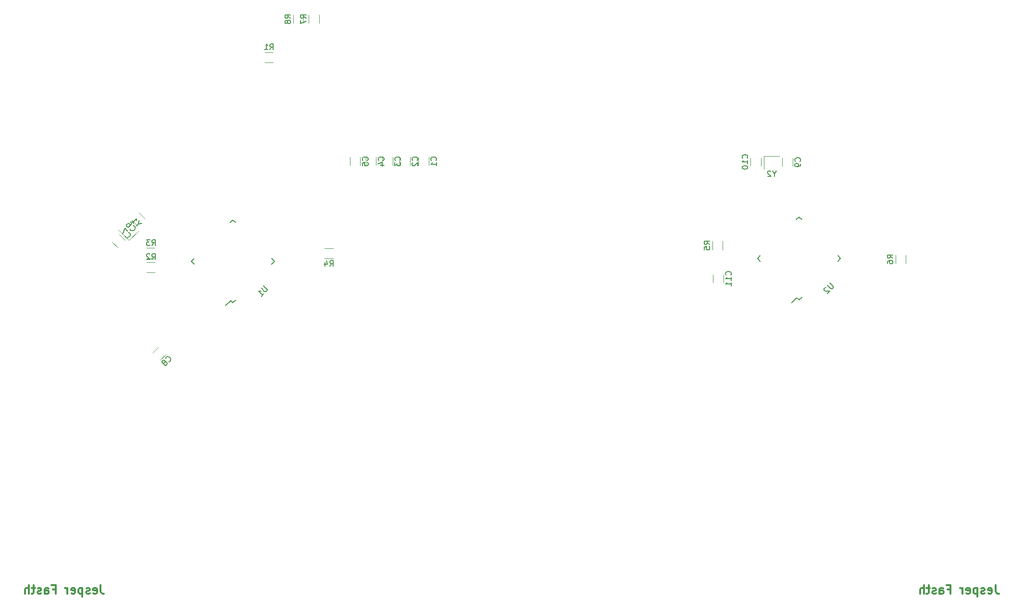
<source format=gbr>
%TF.GenerationSoftware,KiCad,Pcbnew,(5.1.10)-1*%
%TF.CreationDate,2021-08-09T17:58:55+02:00*%
%TF.ProjectId,T1,54312e6b-6963-4616-945f-706362585858,rev?*%
%TF.SameCoordinates,Original*%
%TF.FileFunction,Legend,Bot*%
%TF.FilePolarity,Positive*%
%FSLAX46Y46*%
G04 Gerber Fmt 4.6, Leading zero omitted, Abs format (unit mm)*
G04 Created by KiCad (PCBNEW (5.1.10)-1) date 2021-08-09 17:58:55*
%MOMM*%
%LPD*%
G01*
G04 APERTURE LIST*
%ADD10C,0.300000*%
%ADD11C,0.120000*%
%ADD12C,0.150000*%
G04 APERTURE END LIST*
D10*
X223979571Y-147387571D02*
X223979571Y-148459000D01*
X224051000Y-148673285D01*
X224193857Y-148816142D01*
X224408142Y-148887571D01*
X224551000Y-148887571D01*
X222693857Y-148816142D02*
X222836714Y-148887571D01*
X223122428Y-148887571D01*
X223265285Y-148816142D01*
X223336714Y-148673285D01*
X223336714Y-148101857D01*
X223265285Y-147959000D01*
X223122428Y-147887571D01*
X222836714Y-147887571D01*
X222693857Y-147959000D01*
X222622428Y-148101857D01*
X222622428Y-148244714D01*
X223336714Y-148387571D01*
X222051000Y-148816142D02*
X221908142Y-148887571D01*
X221622428Y-148887571D01*
X221479571Y-148816142D01*
X221408142Y-148673285D01*
X221408142Y-148601857D01*
X221479571Y-148459000D01*
X221622428Y-148387571D01*
X221836714Y-148387571D01*
X221979571Y-148316142D01*
X222051000Y-148173285D01*
X222051000Y-148101857D01*
X221979571Y-147959000D01*
X221836714Y-147887571D01*
X221622428Y-147887571D01*
X221479571Y-147959000D01*
X220765285Y-147887571D02*
X220765285Y-149387571D01*
X220765285Y-147959000D02*
X220622428Y-147887571D01*
X220336714Y-147887571D01*
X220193857Y-147959000D01*
X220122428Y-148030428D01*
X220051000Y-148173285D01*
X220051000Y-148601857D01*
X220122428Y-148744714D01*
X220193857Y-148816142D01*
X220336714Y-148887571D01*
X220622428Y-148887571D01*
X220765285Y-148816142D01*
X218836714Y-148816142D02*
X218979571Y-148887571D01*
X219265285Y-148887571D01*
X219408142Y-148816142D01*
X219479571Y-148673285D01*
X219479571Y-148101857D01*
X219408142Y-147959000D01*
X219265285Y-147887571D01*
X218979571Y-147887571D01*
X218836714Y-147959000D01*
X218765285Y-148101857D01*
X218765285Y-148244714D01*
X219479571Y-148387571D01*
X218122428Y-148887571D02*
X218122428Y-147887571D01*
X218122428Y-148173285D02*
X218051000Y-148030428D01*
X217979571Y-147959000D01*
X217836714Y-147887571D01*
X217693857Y-147887571D01*
X215551000Y-148101857D02*
X216051000Y-148101857D01*
X216051000Y-148887571D02*
X216051000Y-147387571D01*
X215336714Y-147387571D01*
X214122428Y-148887571D02*
X214122428Y-148101857D01*
X214193857Y-147959000D01*
X214336714Y-147887571D01*
X214622428Y-147887571D01*
X214765285Y-147959000D01*
X214122428Y-148816142D02*
X214265285Y-148887571D01*
X214622428Y-148887571D01*
X214765285Y-148816142D01*
X214836714Y-148673285D01*
X214836714Y-148530428D01*
X214765285Y-148387571D01*
X214622428Y-148316142D01*
X214265285Y-148316142D01*
X214122428Y-148244714D01*
X213479571Y-148816142D02*
X213336714Y-148887571D01*
X213051000Y-148887571D01*
X212908142Y-148816142D01*
X212836714Y-148673285D01*
X212836714Y-148601857D01*
X212908142Y-148459000D01*
X213051000Y-148387571D01*
X213265285Y-148387571D01*
X213408142Y-148316142D01*
X213479571Y-148173285D01*
X213479571Y-148101857D01*
X213408142Y-147959000D01*
X213265285Y-147887571D01*
X213051000Y-147887571D01*
X212908142Y-147959000D01*
X212408142Y-147887571D02*
X211836714Y-147887571D01*
X212193857Y-147387571D02*
X212193857Y-148673285D01*
X212122428Y-148816142D01*
X211979571Y-148887571D01*
X211836714Y-148887571D01*
X211336714Y-148887571D02*
X211336714Y-147387571D01*
X210693857Y-148887571D02*
X210693857Y-148101857D01*
X210765285Y-147959000D01*
X210908142Y-147887571D01*
X211122428Y-147887571D01*
X211265285Y-147959000D01*
X211336714Y-148030428D01*
X66372571Y-147387571D02*
X66372571Y-148459000D01*
X66444000Y-148673285D01*
X66586857Y-148816142D01*
X66801142Y-148887571D01*
X66944000Y-148887571D01*
X65086857Y-148816142D02*
X65229714Y-148887571D01*
X65515428Y-148887571D01*
X65658285Y-148816142D01*
X65729714Y-148673285D01*
X65729714Y-148101857D01*
X65658285Y-147959000D01*
X65515428Y-147887571D01*
X65229714Y-147887571D01*
X65086857Y-147959000D01*
X65015428Y-148101857D01*
X65015428Y-148244714D01*
X65729714Y-148387571D01*
X64444000Y-148816142D02*
X64301142Y-148887571D01*
X64015428Y-148887571D01*
X63872571Y-148816142D01*
X63801142Y-148673285D01*
X63801142Y-148601857D01*
X63872571Y-148459000D01*
X64015428Y-148387571D01*
X64229714Y-148387571D01*
X64372571Y-148316142D01*
X64444000Y-148173285D01*
X64444000Y-148101857D01*
X64372571Y-147959000D01*
X64229714Y-147887571D01*
X64015428Y-147887571D01*
X63872571Y-147959000D01*
X63158285Y-147887571D02*
X63158285Y-149387571D01*
X63158285Y-147959000D02*
X63015428Y-147887571D01*
X62729714Y-147887571D01*
X62586857Y-147959000D01*
X62515428Y-148030428D01*
X62444000Y-148173285D01*
X62444000Y-148601857D01*
X62515428Y-148744714D01*
X62586857Y-148816142D01*
X62729714Y-148887571D01*
X63015428Y-148887571D01*
X63158285Y-148816142D01*
X61229714Y-148816142D02*
X61372571Y-148887571D01*
X61658285Y-148887571D01*
X61801142Y-148816142D01*
X61872571Y-148673285D01*
X61872571Y-148101857D01*
X61801142Y-147959000D01*
X61658285Y-147887571D01*
X61372571Y-147887571D01*
X61229714Y-147959000D01*
X61158285Y-148101857D01*
X61158285Y-148244714D01*
X61872571Y-148387571D01*
X60515428Y-148887571D02*
X60515428Y-147887571D01*
X60515428Y-148173285D02*
X60444000Y-148030428D01*
X60372571Y-147959000D01*
X60229714Y-147887571D01*
X60086857Y-147887571D01*
X57944000Y-148101857D02*
X58444000Y-148101857D01*
X58444000Y-148887571D02*
X58444000Y-147387571D01*
X57729714Y-147387571D01*
X56515428Y-148887571D02*
X56515428Y-148101857D01*
X56586857Y-147959000D01*
X56729714Y-147887571D01*
X57015428Y-147887571D01*
X57158285Y-147959000D01*
X56515428Y-148816142D02*
X56658285Y-148887571D01*
X57015428Y-148887571D01*
X57158285Y-148816142D01*
X57229714Y-148673285D01*
X57229714Y-148530428D01*
X57158285Y-148387571D01*
X57015428Y-148316142D01*
X56658285Y-148316142D01*
X56515428Y-148244714D01*
X55872571Y-148816142D02*
X55729714Y-148887571D01*
X55444000Y-148887571D01*
X55301142Y-148816142D01*
X55229714Y-148673285D01*
X55229714Y-148601857D01*
X55301142Y-148459000D01*
X55444000Y-148387571D01*
X55658285Y-148387571D01*
X55801142Y-148316142D01*
X55872571Y-148173285D01*
X55872571Y-148101857D01*
X55801142Y-147959000D01*
X55658285Y-147887571D01*
X55444000Y-147887571D01*
X55301142Y-147959000D01*
X54801142Y-147887571D02*
X54229714Y-147887571D01*
X54586857Y-147387571D02*
X54586857Y-148673285D01*
X54515428Y-148816142D01*
X54372571Y-148887571D01*
X54229714Y-148887571D01*
X53729714Y-148887571D02*
X53729714Y-147387571D01*
X53086857Y-148887571D02*
X53086857Y-148101857D01*
X53158285Y-147959000D01*
X53301142Y-147887571D01*
X53515428Y-147887571D01*
X53658285Y-147959000D01*
X53729714Y-148030428D01*
D11*
%TO.C,Y2*%
X183181000Y-71748000D02*
X185881000Y-71748000D01*
X183181000Y-74048000D02*
X183181000Y-71748000D01*
%TO.C,Y1*%
X71367487Y-86598650D02*
X69458299Y-84689462D01*
X72993833Y-84972304D02*
X71367487Y-86598650D01*
D12*
%TO.C,U2*%
X188950414Y-96700969D02*
X188048852Y-97602530D01*
X196675555Y-89789000D02*
X196198258Y-90266297D01*
X189357000Y-82470445D02*
X188879703Y-82947742D01*
X182038445Y-89789000D02*
X182515742Y-89311703D01*
X189357000Y-97107555D02*
X189834297Y-96630258D01*
X182038445Y-89789000D02*
X182515742Y-90266297D01*
X189357000Y-82470445D02*
X189834297Y-82947742D01*
X196675555Y-89789000D02*
X196198258Y-89311703D01*
X189357000Y-97107555D02*
X188950414Y-96700969D01*
%TO.C,U1*%
X89255414Y-97208969D02*
X88353852Y-98110530D01*
X96980555Y-90297000D02*
X96503258Y-90774297D01*
X89662000Y-82978445D02*
X89184703Y-83455742D01*
X82343445Y-90297000D02*
X82820742Y-89819703D01*
X89662000Y-97615555D02*
X90139297Y-97138258D01*
X82343445Y-90297000D02*
X82820742Y-90774297D01*
X89662000Y-82978445D02*
X90139297Y-83455742D01*
X96980555Y-90297000D02*
X96503258Y-89819703D01*
X89662000Y-97615555D02*
X89255414Y-97208969D01*
D11*
%TO.C,R8*%
X102097250Y-46866186D02*
X102097250Y-48320314D01*
X100277250Y-46866186D02*
X100277250Y-48320314D01*
%TO.C,R7*%
X104827750Y-46866186D02*
X104827750Y-48320314D01*
X103007750Y-46866186D02*
X103007750Y-48320314D01*
%TO.C,R6*%
X208174000Y-89188936D02*
X208174000Y-90643064D01*
X206354000Y-89188936D02*
X206354000Y-90643064D01*
%TO.C,R5*%
X175916000Y-86775936D02*
X175916000Y-88230064D01*
X174096000Y-86775936D02*
X174096000Y-88230064D01*
%TO.C,R4*%
X105825936Y-87990000D02*
X107280064Y-87990000D01*
X105825936Y-89810000D02*
X107280064Y-89810000D01*
%TO.C,R3*%
X75942814Y-89778250D02*
X74488686Y-89778250D01*
X75942814Y-87958250D02*
X74488686Y-87958250D01*
%TO.C,R2*%
X75942814Y-92254750D02*
X74488686Y-92254750D01*
X75942814Y-90434750D02*
X74488686Y-90434750D01*
%TO.C,R1*%
X96739064Y-55266000D02*
X95284936Y-55266000D01*
X96739064Y-53446000D02*
X95284936Y-53446000D01*
%TO.C,C11*%
X174223000Y-94056252D02*
X174223000Y-92633748D01*
X176043000Y-94056252D02*
X176043000Y-92633748D01*
%TO.C,C10*%
X182647000Y-72059748D02*
X182647000Y-73482252D01*
X180827000Y-72059748D02*
X180827000Y-73482252D01*
%TO.C,C9*%
X186415000Y-73531252D02*
X186415000Y-72108748D01*
X188235000Y-73531252D02*
X188235000Y-72108748D01*
%TO.C,C8*%
X75561602Y-106412464D02*
X76567464Y-105406602D01*
X76848536Y-107699398D02*
X77854398Y-106693536D01*
%TO.C,C7*%
X69377464Y-87887398D02*
X68371602Y-86881536D01*
X70664398Y-86600464D02*
X69658536Y-85594602D01*
%TO.C,C6*%
X73138553Y-81757619D02*
X74144415Y-82763481D01*
X71851619Y-83044553D02*
X72857481Y-84050415D01*
%TO.C,C5*%
X110246750Y-73387002D02*
X110246750Y-71964498D01*
X112066750Y-73387002D02*
X112066750Y-71964498D01*
%TO.C,C4*%
X113040750Y-73387002D02*
X113040750Y-71964498D01*
X114860750Y-73387002D02*
X114860750Y-71964498D01*
%TO.C,C3*%
X115961750Y-73387002D02*
X115961750Y-71964498D01*
X117781750Y-73387002D02*
X117781750Y-71964498D01*
%TO.C,C2*%
X119009750Y-73387002D02*
X119009750Y-71964498D01*
X120829750Y-73387002D02*
X120829750Y-71964498D01*
%TO.C,C1*%
X122311750Y-73387002D02*
X122311750Y-71964498D01*
X124131750Y-73387002D02*
X124131750Y-71964498D01*
%TO.C,Y2*%
D12*
X185007190Y-74874190D02*
X185007190Y-75350380D01*
X185340523Y-74350380D02*
X185007190Y-74874190D01*
X184673857Y-74350380D01*
X184388142Y-74445619D02*
X184340523Y-74398000D01*
X184245285Y-74350380D01*
X184007190Y-74350380D01*
X183911952Y-74398000D01*
X183864333Y-74445619D01*
X183816714Y-74540857D01*
X183816714Y-74636095D01*
X183864333Y-74778952D01*
X184435761Y-75350380D01*
X183816714Y-75350380D01*
%TO.C,Y1*%
X72993833Y-83736550D02*
X72657115Y-84073268D01*
X73599924Y-83601863D02*
X72993833Y-83736550D01*
X73128520Y-83130459D01*
X71815322Y-83231474D02*
X72219383Y-83635535D01*
X72017352Y-83433504D02*
X72724459Y-82726398D01*
X72690787Y-82894756D01*
X72690787Y-83029443D01*
X72724459Y-83130459D01*
%TO.C,U2*%
X194776468Y-94130972D02*
X195348888Y-94703392D01*
X195382560Y-94804407D01*
X195382560Y-94871751D01*
X195348888Y-94972766D01*
X195214201Y-95107453D01*
X195113186Y-95141125D01*
X195045842Y-95141125D01*
X194944827Y-95107453D01*
X194372407Y-94535033D01*
X194136705Y-94905423D02*
X194069362Y-94905423D01*
X193968346Y-94939094D01*
X193799988Y-95107453D01*
X193766316Y-95208468D01*
X193766316Y-95275812D01*
X193799988Y-95376827D01*
X193867331Y-95444171D01*
X194002018Y-95511514D01*
X194810140Y-95511514D01*
X194372407Y-95949247D01*
%TO.C,U1*%
X95081468Y-94638972D02*
X95653888Y-95211392D01*
X95687560Y-95312407D01*
X95687560Y-95379751D01*
X95653888Y-95480766D01*
X95519201Y-95615453D01*
X95418186Y-95649125D01*
X95350842Y-95649125D01*
X95249827Y-95615453D01*
X94677407Y-95043033D01*
X94677407Y-96457247D02*
X95081468Y-96053186D01*
X94879438Y-96255216D02*
X94172331Y-95548110D01*
X94340690Y-95581781D01*
X94475377Y-95581781D01*
X94576392Y-95548110D01*
%TO.C,R8*%
X99819630Y-47426583D02*
X99343440Y-47093250D01*
X99819630Y-46855154D02*
X98819630Y-46855154D01*
X98819630Y-47236107D01*
X98867250Y-47331345D01*
X98914869Y-47378964D01*
X99010107Y-47426583D01*
X99152964Y-47426583D01*
X99248202Y-47378964D01*
X99295821Y-47331345D01*
X99343440Y-47236107D01*
X99343440Y-46855154D01*
X99248202Y-47998011D02*
X99200583Y-47902773D01*
X99152964Y-47855154D01*
X99057726Y-47807535D01*
X99010107Y-47807535D01*
X98914869Y-47855154D01*
X98867250Y-47902773D01*
X98819630Y-47998011D01*
X98819630Y-48188488D01*
X98867250Y-48283726D01*
X98914869Y-48331345D01*
X99010107Y-48378964D01*
X99057726Y-48378964D01*
X99152964Y-48331345D01*
X99200583Y-48283726D01*
X99248202Y-48188488D01*
X99248202Y-47998011D01*
X99295821Y-47902773D01*
X99343440Y-47855154D01*
X99438678Y-47807535D01*
X99629154Y-47807535D01*
X99724392Y-47855154D01*
X99772011Y-47902773D01*
X99819630Y-47998011D01*
X99819630Y-48188488D01*
X99772011Y-48283726D01*
X99724392Y-48331345D01*
X99629154Y-48378964D01*
X99438678Y-48378964D01*
X99343440Y-48331345D01*
X99295821Y-48283726D01*
X99248202Y-48188488D01*
%TO.C,R7*%
X102550130Y-47426583D02*
X102073940Y-47093250D01*
X102550130Y-46855154D02*
X101550130Y-46855154D01*
X101550130Y-47236107D01*
X101597750Y-47331345D01*
X101645369Y-47378964D01*
X101740607Y-47426583D01*
X101883464Y-47426583D01*
X101978702Y-47378964D01*
X102026321Y-47331345D01*
X102073940Y-47236107D01*
X102073940Y-46855154D01*
X101550130Y-47759916D02*
X101550130Y-48426583D01*
X102550130Y-47998011D01*
%TO.C,R6*%
X205896380Y-89749333D02*
X205420190Y-89416000D01*
X205896380Y-89177904D02*
X204896380Y-89177904D01*
X204896380Y-89558857D01*
X204944000Y-89654095D01*
X204991619Y-89701714D01*
X205086857Y-89749333D01*
X205229714Y-89749333D01*
X205324952Y-89701714D01*
X205372571Y-89654095D01*
X205420190Y-89558857D01*
X205420190Y-89177904D01*
X204896380Y-90606476D02*
X204896380Y-90416000D01*
X204944000Y-90320761D01*
X204991619Y-90273142D01*
X205134476Y-90177904D01*
X205324952Y-90130285D01*
X205705904Y-90130285D01*
X205801142Y-90177904D01*
X205848761Y-90225523D01*
X205896380Y-90320761D01*
X205896380Y-90511238D01*
X205848761Y-90606476D01*
X205801142Y-90654095D01*
X205705904Y-90701714D01*
X205467809Y-90701714D01*
X205372571Y-90654095D01*
X205324952Y-90606476D01*
X205277333Y-90511238D01*
X205277333Y-90320761D01*
X205324952Y-90225523D01*
X205372571Y-90177904D01*
X205467809Y-90130285D01*
%TO.C,R5*%
X173638380Y-87336333D02*
X173162190Y-87003000D01*
X173638380Y-86764904D02*
X172638380Y-86764904D01*
X172638380Y-87145857D01*
X172686000Y-87241095D01*
X172733619Y-87288714D01*
X172828857Y-87336333D01*
X172971714Y-87336333D01*
X173066952Y-87288714D01*
X173114571Y-87241095D01*
X173162190Y-87145857D01*
X173162190Y-86764904D01*
X172638380Y-88241095D02*
X172638380Y-87764904D01*
X173114571Y-87717285D01*
X173066952Y-87764904D01*
X173019333Y-87860142D01*
X173019333Y-88098238D01*
X173066952Y-88193476D01*
X173114571Y-88241095D01*
X173209809Y-88288714D01*
X173447904Y-88288714D01*
X173543142Y-88241095D01*
X173590761Y-88193476D01*
X173638380Y-88098238D01*
X173638380Y-87860142D01*
X173590761Y-87764904D01*
X173543142Y-87717285D01*
%TO.C,R4*%
X106719666Y-91172380D02*
X107053000Y-90696190D01*
X107291095Y-91172380D02*
X107291095Y-90172380D01*
X106910142Y-90172380D01*
X106814904Y-90220000D01*
X106767285Y-90267619D01*
X106719666Y-90362857D01*
X106719666Y-90505714D01*
X106767285Y-90600952D01*
X106814904Y-90648571D01*
X106910142Y-90696190D01*
X107291095Y-90696190D01*
X105862523Y-90505714D02*
X105862523Y-91172380D01*
X106100619Y-90124761D02*
X106338714Y-90839047D01*
X105719666Y-90839047D01*
%TO.C,R3*%
X75382416Y-87500630D02*
X75715750Y-87024440D01*
X75953845Y-87500630D02*
X75953845Y-86500630D01*
X75572892Y-86500630D01*
X75477654Y-86548250D01*
X75430035Y-86595869D01*
X75382416Y-86691107D01*
X75382416Y-86833964D01*
X75430035Y-86929202D01*
X75477654Y-86976821D01*
X75572892Y-87024440D01*
X75953845Y-87024440D01*
X75049083Y-86500630D02*
X74430035Y-86500630D01*
X74763369Y-86881583D01*
X74620511Y-86881583D01*
X74525273Y-86929202D01*
X74477654Y-86976821D01*
X74430035Y-87072059D01*
X74430035Y-87310154D01*
X74477654Y-87405392D01*
X74525273Y-87453011D01*
X74620511Y-87500630D01*
X74906226Y-87500630D01*
X75001464Y-87453011D01*
X75049083Y-87405392D01*
%TO.C,R2*%
X75382416Y-89977130D02*
X75715750Y-89500940D01*
X75953845Y-89977130D02*
X75953845Y-88977130D01*
X75572892Y-88977130D01*
X75477654Y-89024750D01*
X75430035Y-89072369D01*
X75382416Y-89167607D01*
X75382416Y-89310464D01*
X75430035Y-89405702D01*
X75477654Y-89453321D01*
X75572892Y-89500940D01*
X75953845Y-89500940D01*
X75001464Y-89072369D02*
X74953845Y-89024750D01*
X74858607Y-88977130D01*
X74620511Y-88977130D01*
X74525273Y-89024750D01*
X74477654Y-89072369D01*
X74430035Y-89167607D01*
X74430035Y-89262845D01*
X74477654Y-89405702D01*
X75049083Y-89977130D01*
X74430035Y-89977130D01*
%TO.C,R1*%
X96178666Y-52988380D02*
X96512000Y-52512190D01*
X96750095Y-52988380D02*
X96750095Y-51988380D01*
X96369142Y-51988380D01*
X96273904Y-52036000D01*
X96226285Y-52083619D01*
X96178666Y-52178857D01*
X96178666Y-52321714D01*
X96226285Y-52416952D01*
X96273904Y-52464571D01*
X96369142Y-52512190D01*
X96750095Y-52512190D01*
X95226285Y-52988380D02*
X95797714Y-52988380D01*
X95512000Y-52988380D02*
X95512000Y-51988380D01*
X95607238Y-52131238D01*
X95702476Y-52226476D01*
X95797714Y-52274095D01*
%TO.C,C11*%
X177340142Y-92702142D02*
X177387761Y-92654523D01*
X177435380Y-92511666D01*
X177435380Y-92416428D01*
X177387761Y-92273571D01*
X177292523Y-92178333D01*
X177197285Y-92130714D01*
X177006809Y-92083095D01*
X176863952Y-92083095D01*
X176673476Y-92130714D01*
X176578238Y-92178333D01*
X176483000Y-92273571D01*
X176435380Y-92416428D01*
X176435380Y-92511666D01*
X176483000Y-92654523D01*
X176530619Y-92702142D01*
X177435380Y-93654523D02*
X177435380Y-93083095D01*
X177435380Y-93368809D02*
X176435380Y-93368809D01*
X176578238Y-93273571D01*
X176673476Y-93178333D01*
X176721095Y-93083095D01*
X177435380Y-94606904D02*
X177435380Y-94035476D01*
X177435380Y-94321190D02*
X176435380Y-94321190D01*
X176578238Y-94225952D01*
X176673476Y-94130714D01*
X176721095Y-94035476D01*
%TO.C,C10*%
X180244142Y-72128142D02*
X180291761Y-72080523D01*
X180339380Y-71937666D01*
X180339380Y-71842428D01*
X180291761Y-71699571D01*
X180196523Y-71604333D01*
X180101285Y-71556714D01*
X179910809Y-71509095D01*
X179767952Y-71509095D01*
X179577476Y-71556714D01*
X179482238Y-71604333D01*
X179387000Y-71699571D01*
X179339380Y-71842428D01*
X179339380Y-71937666D01*
X179387000Y-72080523D01*
X179434619Y-72128142D01*
X180339380Y-73080523D02*
X180339380Y-72509095D01*
X180339380Y-72794809D02*
X179339380Y-72794809D01*
X179482238Y-72699571D01*
X179577476Y-72604333D01*
X179625095Y-72509095D01*
X179339380Y-73699571D02*
X179339380Y-73794809D01*
X179387000Y-73890047D01*
X179434619Y-73937666D01*
X179529857Y-73985285D01*
X179720333Y-74032904D01*
X179958428Y-74032904D01*
X180148904Y-73985285D01*
X180244142Y-73937666D01*
X180291761Y-73890047D01*
X180339380Y-73794809D01*
X180339380Y-73699571D01*
X180291761Y-73604333D01*
X180244142Y-73556714D01*
X180148904Y-73509095D01*
X179958428Y-73461476D01*
X179720333Y-73461476D01*
X179529857Y-73509095D01*
X179434619Y-73556714D01*
X179387000Y-73604333D01*
X179339380Y-73699571D01*
%TO.C,C9*%
X189532142Y-72653333D02*
X189579761Y-72605714D01*
X189627380Y-72462857D01*
X189627380Y-72367619D01*
X189579761Y-72224761D01*
X189484523Y-72129523D01*
X189389285Y-72081904D01*
X189198809Y-72034285D01*
X189055952Y-72034285D01*
X188865476Y-72081904D01*
X188770238Y-72129523D01*
X188675000Y-72224761D01*
X188627380Y-72367619D01*
X188627380Y-72462857D01*
X188675000Y-72605714D01*
X188722619Y-72653333D01*
X189627380Y-73129523D02*
X189627380Y-73320000D01*
X189579761Y-73415238D01*
X189532142Y-73462857D01*
X189389285Y-73558095D01*
X189198809Y-73605714D01*
X188817857Y-73605714D01*
X188722619Y-73558095D01*
X188675000Y-73510476D01*
X188627380Y-73415238D01*
X188627380Y-73224761D01*
X188675000Y-73129523D01*
X188722619Y-73081904D01*
X188817857Y-73034285D01*
X189055952Y-73034285D01*
X189151190Y-73081904D01*
X189198809Y-73129523D01*
X189246428Y-73224761D01*
X189246428Y-73415238D01*
X189198809Y-73510476D01*
X189151190Y-73558095D01*
X189055952Y-73605714D01*
%TO.C,C8*%
X78386537Y-107995835D02*
X78453880Y-107995835D01*
X78588567Y-107928491D01*
X78655911Y-107861148D01*
X78723254Y-107726460D01*
X78723254Y-107591773D01*
X78689583Y-107490758D01*
X78588567Y-107322399D01*
X78487552Y-107221384D01*
X78319193Y-107120369D01*
X78218178Y-107086697D01*
X78083491Y-107086697D01*
X77948804Y-107154041D01*
X77881460Y-107221384D01*
X77814117Y-107356071D01*
X77814117Y-107423415D01*
X77645758Y-108063178D02*
X77679430Y-107962163D01*
X77679430Y-107894819D01*
X77645758Y-107793804D01*
X77612086Y-107760132D01*
X77511071Y-107726460D01*
X77443728Y-107726460D01*
X77342712Y-107760132D01*
X77208025Y-107894819D01*
X77174354Y-107995835D01*
X77174354Y-108063178D01*
X77208025Y-108164193D01*
X77241697Y-108197865D01*
X77342712Y-108231537D01*
X77410056Y-108231537D01*
X77511071Y-108197865D01*
X77645758Y-108063178D01*
X77746773Y-108029506D01*
X77814117Y-108029506D01*
X77915132Y-108063178D01*
X78049819Y-108197865D01*
X78083491Y-108298880D01*
X78083491Y-108366224D01*
X78049819Y-108467239D01*
X77915132Y-108601926D01*
X77814117Y-108635598D01*
X77746773Y-108635598D01*
X77645758Y-108601926D01*
X77511071Y-108467239D01*
X77477399Y-108366224D01*
X77477399Y-108298880D01*
X77511071Y-108197865D01*
%TO.C,C7*%
X70691460Y-85803241D02*
X70691460Y-85870584D01*
X70758804Y-86005271D01*
X70826148Y-86072615D01*
X70960835Y-86139958D01*
X71095522Y-86139958D01*
X71196537Y-86106287D01*
X71364896Y-86005271D01*
X71465911Y-85904256D01*
X71566926Y-85735897D01*
X71600598Y-85634882D01*
X71600598Y-85500195D01*
X71533254Y-85365508D01*
X71465911Y-85298164D01*
X71331224Y-85230821D01*
X71263880Y-85230821D01*
X71095522Y-84927775D02*
X70624117Y-84456371D01*
X70220056Y-85466523D01*
%TO.C,C6*%
X71555181Y-84582554D02*
X71555181Y-84649897D01*
X71622525Y-84784584D01*
X71689869Y-84851928D01*
X71824556Y-84919271D01*
X71959243Y-84919271D01*
X72060258Y-84885600D01*
X72228617Y-84784584D01*
X72329632Y-84683569D01*
X72430647Y-84515210D01*
X72464319Y-84414195D01*
X72464319Y-84279508D01*
X72396975Y-84144821D01*
X72329632Y-84077477D01*
X72194945Y-84010134D01*
X72127601Y-84010134D01*
X71588853Y-83336699D02*
X71723540Y-83471386D01*
X71757212Y-83572401D01*
X71757212Y-83639745D01*
X71723540Y-83808103D01*
X71622525Y-83976462D01*
X71353151Y-84245836D01*
X71252136Y-84279508D01*
X71184792Y-84279508D01*
X71083777Y-84245836D01*
X70949090Y-84111149D01*
X70915418Y-84010134D01*
X70915418Y-83942790D01*
X70949090Y-83841775D01*
X71117449Y-83673416D01*
X71218464Y-83639745D01*
X71285807Y-83639745D01*
X71386823Y-83673416D01*
X71521510Y-83808103D01*
X71555181Y-83909119D01*
X71555181Y-83976462D01*
X71521510Y-84077477D01*
%TO.C,C5*%
X113363892Y-72509083D02*
X113411511Y-72461464D01*
X113459130Y-72318607D01*
X113459130Y-72223369D01*
X113411511Y-72080511D01*
X113316273Y-71985273D01*
X113221035Y-71937654D01*
X113030559Y-71890035D01*
X112887702Y-71890035D01*
X112697226Y-71937654D01*
X112601988Y-71985273D01*
X112506750Y-72080511D01*
X112459130Y-72223369D01*
X112459130Y-72318607D01*
X112506750Y-72461464D01*
X112554369Y-72509083D01*
X112459130Y-73413845D02*
X112459130Y-72937654D01*
X112935321Y-72890035D01*
X112887702Y-72937654D01*
X112840083Y-73032892D01*
X112840083Y-73270988D01*
X112887702Y-73366226D01*
X112935321Y-73413845D01*
X113030559Y-73461464D01*
X113268654Y-73461464D01*
X113363892Y-73413845D01*
X113411511Y-73366226D01*
X113459130Y-73270988D01*
X113459130Y-73032892D01*
X113411511Y-72937654D01*
X113363892Y-72890035D01*
%TO.C,C4*%
X116157892Y-72509083D02*
X116205511Y-72461464D01*
X116253130Y-72318607D01*
X116253130Y-72223369D01*
X116205511Y-72080511D01*
X116110273Y-71985273D01*
X116015035Y-71937654D01*
X115824559Y-71890035D01*
X115681702Y-71890035D01*
X115491226Y-71937654D01*
X115395988Y-71985273D01*
X115300750Y-72080511D01*
X115253130Y-72223369D01*
X115253130Y-72318607D01*
X115300750Y-72461464D01*
X115348369Y-72509083D01*
X115586464Y-73366226D02*
X116253130Y-73366226D01*
X115205511Y-73128130D02*
X115919797Y-72890035D01*
X115919797Y-73509083D01*
%TO.C,C3*%
X119078892Y-72509083D02*
X119126511Y-72461464D01*
X119174130Y-72318607D01*
X119174130Y-72223369D01*
X119126511Y-72080511D01*
X119031273Y-71985273D01*
X118936035Y-71937654D01*
X118745559Y-71890035D01*
X118602702Y-71890035D01*
X118412226Y-71937654D01*
X118316988Y-71985273D01*
X118221750Y-72080511D01*
X118174130Y-72223369D01*
X118174130Y-72318607D01*
X118221750Y-72461464D01*
X118269369Y-72509083D01*
X118174130Y-72842416D02*
X118174130Y-73461464D01*
X118555083Y-73128130D01*
X118555083Y-73270988D01*
X118602702Y-73366226D01*
X118650321Y-73413845D01*
X118745559Y-73461464D01*
X118983654Y-73461464D01*
X119078892Y-73413845D01*
X119126511Y-73366226D01*
X119174130Y-73270988D01*
X119174130Y-72985273D01*
X119126511Y-72890035D01*
X119078892Y-72842416D01*
%TO.C,C2*%
X122126892Y-72509083D02*
X122174511Y-72461464D01*
X122222130Y-72318607D01*
X122222130Y-72223369D01*
X122174511Y-72080511D01*
X122079273Y-71985273D01*
X121984035Y-71937654D01*
X121793559Y-71890035D01*
X121650702Y-71890035D01*
X121460226Y-71937654D01*
X121364988Y-71985273D01*
X121269750Y-72080511D01*
X121222130Y-72223369D01*
X121222130Y-72318607D01*
X121269750Y-72461464D01*
X121317369Y-72509083D01*
X121317369Y-72890035D02*
X121269750Y-72937654D01*
X121222130Y-73032892D01*
X121222130Y-73270988D01*
X121269750Y-73366226D01*
X121317369Y-73413845D01*
X121412607Y-73461464D01*
X121507845Y-73461464D01*
X121650702Y-73413845D01*
X122222130Y-72842416D01*
X122222130Y-73461464D01*
%TO.C,C1*%
X125428892Y-72509083D02*
X125476511Y-72461464D01*
X125524130Y-72318607D01*
X125524130Y-72223369D01*
X125476511Y-72080511D01*
X125381273Y-71985273D01*
X125286035Y-71937654D01*
X125095559Y-71890035D01*
X124952702Y-71890035D01*
X124762226Y-71937654D01*
X124666988Y-71985273D01*
X124571750Y-72080511D01*
X124524130Y-72223369D01*
X124524130Y-72318607D01*
X124571750Y-72461464D01*
X124619369Y-72509083D01*
X125524130Y-73461464D02*
X125524130Y-72890035D01*
X125524130Y-73175750D02*
X124524130Y-73175750D01*
X124666988Y-73080511D01*
X124762226Y-72985273D01*
X124809845Y-72890035D01*
%TD*%
M02*

</source>
